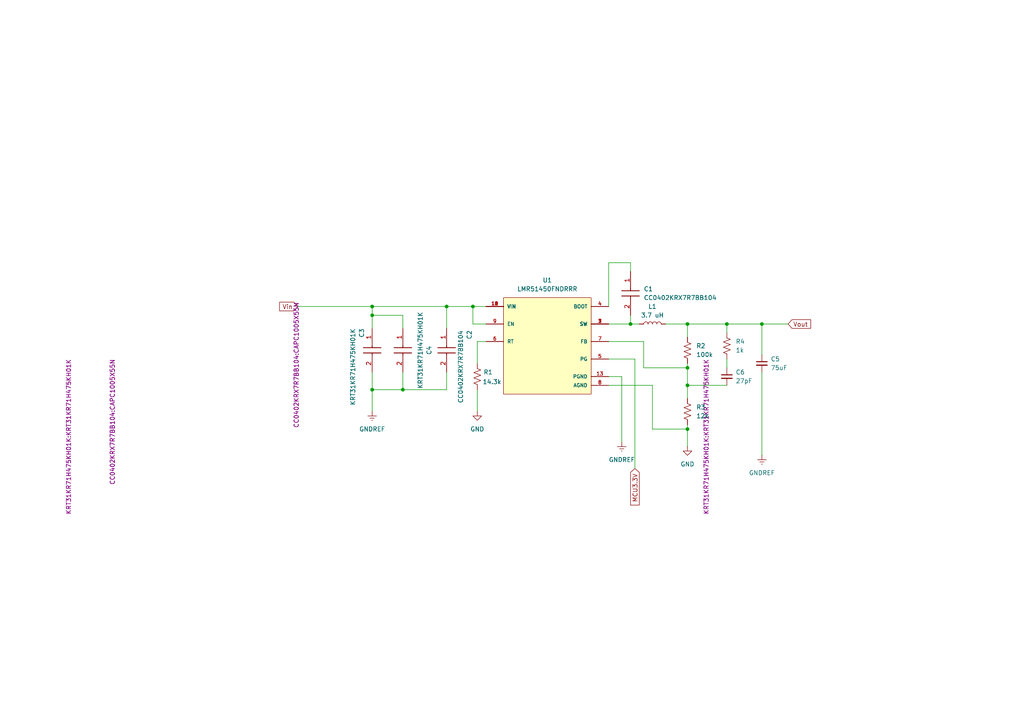
<source format=kicad_sch>
(kicad_sch
	(version 20250114)
	(generator "eeschema")
	(generator_version "9.0")
	(uuid "11b98af9-3707-40af-b092-077c442c7627")
	(paper "A4")
	(lib_symbols
		(symbol "Device:C_Small"
			(pin_numbers
				(hide yes)
			)
			(pin_names
				(offset 0.254)
				(hide yes)
			)
			(exclude_from_sim no)
			(in_bom yes)
			(on_board yes)
			(property "Reference" "C"
				(at 0.254 1.778 0)
				(effects
					(font
						(size 1.27 1.27)
					)
					(justify left)
				)
			)
			(property "Value" "C_Small"
				(at 0.254 -2.032 0)
				(effects
					(font
						(size 1.27 1.27)
					)
					(justify left)
				)
			)
			(property "Footprint" ""
				(at 0 0 0)
				(effects
					(font
						(size 1.27 1.27)
					)
					(hide yes)
				)
			)
			(property "Datasheet" "~"
				(at 0 0 0)
				(effects
					(font
						(size 1.27 1.27)
					)
					(hide yes)
				)
			)
			(property "Description" "Unpolarized capacitor, small symbol"
				(at 0 0 0)
				(effects
					(font
						(size 1.27 1.27)
					)
					(hide yes)
				)
			)
			(property "ki_keywords" "capacitor cap"
				(at 0 0 0)
				(effects
					(font
						(size 1.27 1.27)
					)
					(hide yes)
				)
			)
			(property "ki_fp_filters" "C_*"
				(at 0 0 0)
				(effects
					(font
						(size 1.27 1.27)
					)
					(hide yes)
				)
			)
			(symbol "C_Small_0_1"
				(polyline
					(pts
						(xy -1.524 0.508) (xy 1.524 0.508)
					)
					(stroke
						(width 0.3048)
						(type default)
					)
					(fill
						(type none)
					)
				)
				(polyline
					(pts
						(xy -1.524 -0.508) (xy 1.524 -0.508)
					)
					(stroke
						(width 0.3302)
						(type default)
					)
					(fill
						(type none)
					)
				)
			)
			(symbol "C_Small_1_1"
				(pin passive line
					(at 0 2.54 270)
					(length 2.032)
					(name "~"
						(effects
							(font
								(size 1.27 1.27)
							)
						)
					)
					(number "1"
						(effects
							(font
								(size 1.27 1.27)
							)
						)
					)
				)
				(pin passive line
					(at 0 -2.54 90)
					(length 2.032)
					(name "~"
						(effects
							(font
								(size 1.27 1.27)
							)
						)
					)
					(number "2"
						(effects
							(font
								(size 1.27 1.27)
							)
						)
					)
				)
			)
			(embedded_fonts no)
		)
		(symbol "Device:L"
			(pin_numbers
				(hide yes)
			)
			(pin_names
				(offset 1.016)
				(hide yes)
			)
			(exclude_from_sim no)
			(in_bom yes)
			(on_board yes)
			(property "Reference" "L"
				(at -1.27 0 90)
				(effects
					(font
						(size 1.27 1.27)
					)
				)
			)
			(property "Value" "L"
				(at 1.905 0 90)
				(effects
					(font
						(size 1.27 1.27)
					)
				)
			)
			(property "Footprint" ""
				(at 0 0 0)
				(effects
					(font
						(size 1.27 1.27)
					)
					(hide yes)
				)
			)
			(property "Datasheet" "~"
				(at 0 0 0)
				(effects
					(font
						(size 1.27 1.27)
					)
					(hide yes)
				)
			)
			(property "Description" "Inductor"
				(at 0 0 0)
				(effects
					(font
						(size 1.27 1.27)
					)
					(hide yes)
				)
			)
			(property "ki_keywords" "inductor choke coil reactor magnetic"
				(at 0 0 0)
				(effects
					(font
						(size 1.27 1.27)
					)
					(hide yes)
				)
			)
			(property "ki_fp_filters" "Choke_* *Coil* Inductor_* L_*"
				(at 0 0 0)
				(effects
					(font
						(size 1.27 1.27)
					)
					(hide yes)
				)
			)
			(symbol "L_0_1"
				(arc
					(start 0 2.54)
					(mid 0.6323 1.905)
					(end 0 1.27)
					(stroke
						(width 0)
						(type default)
					)
					(fill
						(type none)
					)
				)
				(arc
					(start 0 1.27)
					(mid 0.6323 0.635)
					(end 0 0)
					(stroke
						(width 0)
						(type default)
					)
					(fill
						(type none)
					)
				)
				(arc
					(start 0 0)
					(mid 0.6323 -0.635)
					(end 0 -1.27)
					(stroke
						(width 0)
						(type default)
					)
					(fill
						(type none)
					)
				)
				(arc
					(start 0 -1.27)
					(mid 0.6323 -1.905)
					(end 0 -2.54)
					(stroke
						(width 0)
						(type default)
					)
					(fill
						(type none)
					)
				)
			)
			(symbol "L_1_1"
				(pin passive line
					(at 0 3.81 270)
					(length 1.27)
					(name "1"
						(effects
							(font
								(size 1.27 1.27)
							)
						)
					)
					(number "1"
						(effects
							(font
								(size 1.27 1.27)
							)
						)
					)
				)
				(pin passive line
					(at 0 -3.81 90)
					(length 1.27)
					(name "2"
						(effects
							(font
								(size 1.27 1.27)
							)
						)
					)
					(number "2"
						(effects
							(font
								(size 1.27 1.27)
							)
						)
					)
				)
			)
			(embedded_fonts no)
		)
		(symbol "Device:R_US"
			(pin_numbers
				(hide yes)
			)
			(pin_names
				(offset 0)
			)
			(exclude_from_sim no)
			(in_bom yes)
			(on_board yes)
			(property "Reference" "R"
				(at 2.54 0 90)
				(effects
					(font
						(size 1.27 1.27)
					)
				)
			)
			(property "Value" "R_US"
				(at -2.54 0 90)
				(effects
					(font
						(size 1.27 1.27)
					)
				)
			)
			(property "Footprint" ""
				(at 1.016 -0.254 90)
				(effects
					(font
						(size 1.27 1.27)
					)
					(hide yes)
				)
			)
			(property "Datasheet" "~"
				(at 0 0 0)
				(effects
					(font
						(size 1.27 1.27)
					)
					(hide yes)
				)
			)
			(property "Description" "Resistor, US symbol"
				(at 0 0 0)
				(effects
					(font
						(size 1.27 1.27)
					)
					(hide yes)
				)
			)
			(property "ki_keywords" "R res resistor"
				(at 0 0 0)
				(effects
					(font
						(size 1.27 1.27)
					)
					(hide yes)
				)
			)
			(property "ki_fp_filters" "R_*"
				(at 0 0 0)
				(effects
					(font
						(size 1.27 1.27)
					)
					(hide yes)
				)
			)
			(symbol "R_US_0_1"
				(polyline
					(pts
						(xy 0 2.286) (xy 0 2.54)
					)
					(stroke
						(width 0)
						(type default)
					)
					(fill
						(type none)
					)
				)
				(polyline
					(pts
						(xy 0 2.286) (xy 1.016 1.905) (xy 0 1.524) (xy -1.016 1.143) (xy 0 0.762)
					)
					(stroke
						(width 0)
						(type default)
					)
					(fill
						(type none)
					)
				)
				(polyline
					(pts
						(xy 0 0.762) (xy 1.016 0.381) (xy 0 0) (xy -1.016 -0.381) (xy 0 -0.762)
					)
					(stroke
						(width 0)
						(type default)
					)
					(fill
						(type none)
					)
				)
				(polyline
					(pts
						(xy 0 -0.762) (xy 1.016 -1.143) (xy 0 -1.524) (xy -1.016 -1.905) (xy 0 -2.286)
					)
					(stroke
						(width 0)
						(type default)
					)
					(fill
						(type none)
					)
				)
				(polyline
					(pts
						(xy 0 -2.286) (xy 0 -2.54)
					)
					(stroke
						(width 0)
						(type default)
					)
					(fill
						(type none)
					)
				)
			)
			(symbol "R_US_1_1"
				(pin passive line
					(at 0 3.81 270)
					(length 1.27)
					(name "~"
						(effects
							(font
								(size 1.27 1.27)
							)
						)
					)
					(number "1"
						(effects
							(font
								(size 1.27 1.27)
							)
						)
					)
				)
				(pin passive line
					(at 0 -3.81 90)
					(length 1.27)
					(name "~"
						(effects
							(font
								(size 1.27 1.27)
							)
						)
					)
					(number "2"
						(effects
							(font
								(size 1.27 1.27)
							)
						)
					)
				)
			)
			(embedded_fonts no)
		)
		(symbol "LMR51450FNDRRR:LMR51450FNDRRR"
			(pin_names
				(offset 1.016)
			)
			(exclude_from_sim no)
			(in_bom yes)
			(on_board yes)
			(property "Reference" "U"
				(at -12.7 13.335 0)
				(effects
					(font
						(size 1.27 1.27)
					)
					(justify left bottom)
				)
			)
			(property "Value" "LMR51450FNDRRR"
				(at -12.7 -17.78 0)
				(effects
					(font
						(size 1.27 1.27)
					)
					(justify left bottom)
				)
			)
			(property "Footprint" "LMR51450FNDRRR:CONV_LMR51450FNDRRR"
				(at 0 0 0)
				(effects
					(font
						(size 1.27 1.27)
					)
					(justify bottom)
					(hide yes)
				)
			)
			(property "Datasheet" ""
				(at 0 0 0)
				(effects
					(font
						(size 1.27 1.27)
					)
					(hide yes)
				)
			)
			(property "Description" ""
				(at 0 0 0)
				(effects
					(font
						(size 1.27 1.27)
					)
					(hide yes)
				)
			)
			(property "MF" "Texas Instruments"
				(at 0 0 0)
				(effects
					(font
						(size 1.27 1.27)
					)
					(justify bottom)
					(hide yes)
				)
			)
			(property "MAXIMUM_PACKAGE_HEIGHT" "0.80 mm"
				(at 0 0 0)
				(effects
					(font
						(size 1.27 1.27)
					)
					(justify bottom)
					(hide yes)
				)
			)
			(property "Package" "WSON-12 Texas Instruments"
				(at 0 0 0)
				(effects
					(font
						(size 1.27 1.27)
					)
					(justify bottom)
					(hide yes)
				)
			)
			(property "Price" "None"
				(at 0 0 0)
				(effects
					(font
						(size 1.27 1.27)
					)
					(justify bottom)
					(hide yes)
				)
			)
			(property "Check_prices" "https://www.snapeda.com/parts/LMR51450FNDRRR/Texas+Instruments/view-part/?ref=eda"
				(at 0 0 0)
				(effects
					(font
						(size 1.27 1.27)
					)
					(justify bottom)
					(hide yes)
				)
			)
			(property "STANDARD" "Manufacturer Recommendations"
				(at 0 0 0)
				(effects
					(font
						(size 1.27 1.27)
					)
					(justify bottom)
					(hide yes)
				)
			)
			(property "PARTREV" "December 2022"
				(at 0 0 0)
				(effects
					(font
						(size 1.27 1.27)
					)
					(justify bottom)
					(hide yes)
				)
			)
			(property "SnapEDA_Link" "https://www.snapeda.com/parts/LMR51450FNDRRR/Texas+Instruments/view-part/?ref=snap"
				(at 0 0 0)
				(effects
					(font
						(size 1.27 1.27)
					)
					(justify bottom)
					(hide yes)
				)
			)
			(property "MP" "LMR51450FNDRRR"
				(at 0 0 0)
				(effects
					(font
						(size 1.27 1.27)
					)
					(justify bottom)
					(hide yes)
				)
			)
			(property "Description_1" "36-V, 5-A synchronous buck converter"
				(at 0 0 0)
				(effects
					(font
						(size 1.27 1.27)
					)
					(justify bottom)
					(hide yes)
				)
			)
			(property "Availability" "In Stock"
				(at 0 0 0)
				(effects
					(font
						(size 1.27 1.27)
					)
					(justify bottom)
					(hide yes)
				)
			)
			(property "MANUFACTURER" "Texas Instruments"
				(at 0 0 0)
				(effects
					(font
						(size 1.27 1.27)
					)
					(justify bottom)
					(hide yes)
				)
			)
			(symbol "LMR51450FNDRRR_0_0"
				(rectangle
					(start -12.7 -15.24)
					(end 12.7 12.7)
					(stroke
						(width 0.1524)
						(type default)
					)
					(fill
						(type background)
					)
				)
				(pin input line
					(at -17.78 10.16 0)
					(length 5.08)
					(name "VIN"
						(effects
							(font
								(size 1.016 1.016)
							)
						)
					)
					(number "10"
						(effects
							(font
								(size 1.016 1.016)
							)
						)
					)
				)
				(pin input line
					(at -17.78 10.16 0)
					(length 5.08)
					(name "VIN"
						(effects
							(font
								(size 1.016 1.016)
							)
						)
					)
					(number "11"
						(effects
							(font
								(size 1.016 1.016)
							)
						)
					)
				)
				(pin input line
					(at -17.78 10.16 0)
					(length 5.08)
					(name "VIN"
						(effects
							(font
								(size 1.016 1.016)
							)
						)
					)
					(number "12"
						(effects
							(font
								(size 1.016 1.016)
							)
						)
					)
				)
				(pin input line
					(at -17.78 5.08 0)
					(length 5.08)
					(name "EN"
						(effects
							(font
								(size 1.016 1.016)
							)
						)
					)
					(number "9"
						(effects
							(font
								(size 1.016 1.016)
							)
						)
					)
				)
				(pin input line
					(at -17.78 0 0)
					(length 5.08)
					(name "RT"
						(effects
							(font
								(size 1.016 1.016)
							)
						)
					)
					(number "6"
						(effects
							(font
								(size 1.016 1.016)
							)
						)
					)
				)
				(pin passive line
					(at 17.78 10.16 180)
					(length 5.08)
					(name "BOOT"
						(effects
							(font
								(size 1.016 1.016)
							)
						)
					)
					(number "4"
						(effects
							(font
								(size 1.016 1.016)
							)
						)
					)
				)
				(pin output line
					(at 17.78 5.08 180)
					(length 5.08)
					(name "SW"
						(effects
							(font
								(size 1.016 1.016)
							)
						)
					)
					(number "1"
						(effects
							(font
								(size 1.016 1.016)
							)
						)
					)
				)
				(pin output line
					(at 17.78 5.08 180)
					(length 5.08)
					(name "SW"
						(effects
							(font
								(size 1.016 1.016)
							)
						)
					)
					(number "2"
						(effects
							(font
								(size 1.016 1.016)
							)
						)
					)
				)
				(pin output line
					(at 17.78 5.08 180)
					(length 5.08)
					(name "SW"
						(effects
							(font
								(size 1.016 1.016)
							)
						)
					)
					(number "3"
						(effects
							(font
								(size 1.016 1.016)
							)
						)
					)
				)
				(pin input line
					(at 17.78 0 180)
					(length 5.08)
					(name "FB"
						(effects
							(font
								(size 1.016 1.016)
							)
						)
					)
					(number "7"
						(effects
							(font
								(size 1.016 1.016)
							)
						)
					)
				)
				(pin output line
					(at 17.78 -5.08 180)
					(length 5.08)
					(name "PG"
						(effects
							(font
								(size 1.016 1.016)
							)
						)
					)
					(number "5"
						(effects
							(font
								(size 1.016 1.016)
							)
						)
					)
				)
				(pin power_in line
					(at 17.78 -10.16 180)
					(length 5.08)
					(name "PGND"
						(effects
							(font
								(size 1.016 1.016)
							)
						)
					)
					(number "13"
						(effects
							(font
								(size 1.016 1.016)
							)
						)
					)
				)
				(pin power_in line
					(at 17.78 -12.7 180)
					(length 5.08)
					(name "AGND"
						(effects
							(font
								(size 1.016 1.016)
							)
						)
					)
					(number "8"
						(effects
							(font
								(size 1.016 1.016)
							)
						)
					)
				)
			)
			(embedded_fonts no)
		)
		(symbol "Microfarad 0.1:CC0402KRX7R7BB104"
			(pin_names
				(hide yes)
			)
			(exclude_from_sim no)
			(in_bom yes)
			(on_board yes)
			(property "Reference" "C"
				(at 8.89 6.35 0)
				(effects
					(font
						(size 1.27 1.27)
					)
					(justify left top)
				)
			)
			(property "Value" "CC0402KRX7R7BB104"
				(at 8.89 3.81 0)
				(effects
					(font
						(size 1.27 1.27)
					)
					(justify left top)
				)
			)
			(property "Footprint" "CAPC1005X55N"
				(at 8.89 -96.19 0)
				(effects
					(font
						(size 1.27 1.27)
					)
					(justify left top)
					(hide yes)
				)
			)
			(property "Datasheet" "https://www.yageo.com/en/Chart/Download/pdf/CC0402KRX7R7BB104"
				(at 8.89 -196.19 0)
				(effects
					(font
						(size 1.27 1.27)
					)
					(justify left top)
					(hide yes)
				)
			)
			(property "Description" "Multilayer Ceramic Capacitors MLCC - SMD/SMT 16 V 0.1uF X7R 0402 10%"
				(at 0 0 0)
				(effects
					(font
						(size 1.27 1.27)
					)
					(hide yes)
				)
			)
			(property "Height" "0.55"
				(at 8.89 -396.19 0)
				(effects
					(font
						(size 1.27 1.27)
					)
					(justify left top)
					(hide yes)
				)
			)
			(property "Mouser Part Number" "603-CC402KRX7R7BB104"
				(at 8.89 -496.19 0)
				(effects
					(font
						(size 1.27 1.27)
					)
					(justify left top)
					(hide yes)
				)
			)
			(property "Mouser Price/Stock" "https://www.mouser.co.uk/ProductDetail/YAGEO/CC0402KRX7R7BB104?qs=AgBp2OyFlx%252BSOyhfyS7hpw%3D%3D"
				(at 8.89 -596.19 0)
				(effects
					(font
						(size 1.27 1.27)
					)
					(justify left top)
					(hide yes)
				)
			)
			(property "Manufacturer_Name" "YAGEO"
				(at 8.89 -696.19 0)
				(effects
					(font
						(size 1.27 1.27)
					)
					(justify left top)
					(hide yes)
				)
			)
			(property "Manufacturer_Part_Number" "CC0402KRX7R7BB104"
				(at 8.89 -796.19 0)
				(effects
					(font
						(size 1.27 1.27)
					)
					(justify left top)
					(hide yes)
				)
			)
			(symbol "CC0402KRX7R7BB104_1_1"
				(polyline
					(pts
						(xy 5.08 0) (xy 5.588 0)
					)
					(stroke
						(width 0.254)
						(type default)
					)
					(fill
						(type none)
					)
				)
				(polyline
					(pts
						(xy 5.588 2.54) (xy 5.588 -2.54)
					)
					(stroke
						(width 0.254)
						(type default)
					)
					(fill
						(type none)
					)
				)
				(polyline
					(pts
						(xy 7.112 2.54) (xy 7.112 -2.54)
					)
					(stroke
						(width 0.254)
						(type default)
					)
					(fill
						(type none)
					)
				)
				(polyline
					(pts
						(xy 7.112 0) (xy 7.62 0)
					)
					(stroke
						(width 0.254)
						(type default)
					)
					(fill
						(type none)
					)
				)
				(pin passive line
					(at 0 0 0)
					(length 5.08)
					(name "1"
						(effects
							(font
								(size 1.27 1.27)
							)
						)
					)
					(number "1"
						(effects
							(font
								(size 1.27 1.27)
							)
						)
					)
				)
				(pin passive line
					(at 12.7 0 180)
					(length 5.08)
					(name "2"
						(effects
							(font
								(size 1.27 1.27)
							)
						)
					)
					(number "2"
						(effects
							(font
								(size 1.27 1.27)
							)
						)
					)
				)
			)
			(embedded_fonts no)
		)
		(symbol "Microfard_4.7:KRT31KR71H475KH01K"
			(pin_names
				(hide yes)
			)
			(exclude_from_sim no)
			(in_bom yes)
			(on_board yes)
			(property "Reference" "C"
				(at 8.89 6.35 0)
				(effects
					(font
						(size 1.27 1.27)
					)
					(justify left top)
				)
			)
			(property "Value" "KRT31KR71H475KH01K"
				(at 8.89 3.81 0)
				(effects
					(font
						(size 1.27 1.27)
					)
					(justify left top)
				)
			)
			(property "Footprint" "KRT31KR71H475KH01K"
				(at 8.89 -96.19 0)
				(effects
					(font
						(size 1.27 1.27)
					)
					(justify left top)
					(hide yes)
				)
			)
			(property "Datasheet" "https://search.murata.co.jp/Ceramy/image/img/A01X/G101/ENG/KRT31KR71H475KH01_E.pdf"
				(at 8.89 -196.19 0)
				(effects
					(font
						(size 1.27 1.27)
					)
					(justify left top)
					(hide yes)
				)
			)
			(property "Description" "Multilayer Ceramic Capacitors MLCC - SMD/SMT 1206 50VDC 4.7uF 10% X7R AEC-Q200 Single Stack"
				(at 0 0 0)
				(effects
					(font
						(size 1.27 1.27)
					)
					(hide yes)
				)
			)
			(property "Height" "2.9"
				(at 8.89 -396.19 0)
				(effects
					(font
						(size 1.27 1.27)
					)
					(justify left top)
					(hide yes)
				)
			)
			(property "Mouser Part Number" ""
				(at 8.89 -496.19 0)
				(effects
					(font
						(size 1.27 1.27)
					)
					(justify left top)
					(hide yes)
				)
			)
			(property "Mouser Price/Stock" ""
				(at 8.89 -596.19 0)
				(effects
					(font
						(size 1.27 1.27)
					)
					(justify left top)
					(hide yes)
				)
			)
			(property "Manufacturer_Name" "Murata Electronics"
				(at 8.89 -696.19 0)
				(effects
					(font
						(size 1.27 1.27)
					)
					(justify left top)
					(hide yes)
				)
			)
			(property "Manufacturer_Part_Number" "KRT31KR71H475KH01K"
				(at 8.89 -796.19 0)
				(effects
					(font
						(size 1.27 1.27)
					)
					(justify left top)
					(hide yes)
				)
			)
			(symbol "KRT31KR71H475KH01K_1_1"
				(polyline
					(pts
						(xy 5.08 0) (xy 5.588 0)
					)
					(stroke
						(width 0.254)
						(type default)
					)
					(fill
						(type none)
					)
				)
				(polyline
					(pts
						(xy 5.588 2.54) (xy 5.588 -2.54)
					)
					(stroke
						(width 0.254)
						(type default)
					)
					(fill
						(type none)
					)
				)
				(polyline
					(pts
						(xy 7.112 2.54) (xy 7.112 -2.54)
					)
					(stroke
						(width 0.254)
						(type default)
					)
					(fill
						(type none)
					)
				)
				(polyline
					(pts
						(xy 7.112 0) (xy 7.62 0)
					)
					(stroke
						(width 0.254)
						(type default)
					)
					(fill
						(type none)
					)
				)
				(pin passive line
					(at 0 0 0)
					(length 5.08)
					(name "1"
						(effects
							(font
								(size 1.27 1.27)
							)
						)
					)
					(number "1"
						(effects
							(font
								(size 1.27 1.27)
							)
						)
					)
				)
				(pin passive line
					(at 12.7 0 180)
					(length 5.08)
					(name "2"
						(effects
							(font
								(size 1.27 1.27)
							)
						)
					)
					(number "2"
						(effects
							(font
								(size 1.27 1.27)
							)
						)
					)
				)
			)
			(embedded_fonts no)
		)
		(symbol "power:GND"
			(power)
			(pin_numbers
				(hide yes)
			)
			(pin_names
				(offset 0)
				(hide yes)
			)
			(exclude_from_sim no)
			(in_bom yes)
			(on_board yes)
			(property "Reference" "#PWR"
				(at 0 -6.35 0)
				(effects
					(font
						(size 1.27 1.27)
					)
					(hide yes)
				)
			)
			(property "Value" "GND"
				(at 0 -3.81 0)
				(effects
					(font
						(size 1.27 1.27)
					)
				)
			)
			(property "Footprint" ""
				(at 0 0 0)
				(effects
					(font
						(size 1.27 1.27)
					)
					(hide yes)
				)
			)
			(property "Datasheet" ""
				(at 0 0 0)
				(effects
					(font
						(size 1.27 1.27)
					)
					(hide yes)
				)
			)
			(property "Description" "Power symbol creates a global label with name \"GND\" , ground"
				(at 0 0 0)
				(effects
					(font
						(size 1.27 1.27)
					)
					(hide yes)
				)
			)
			(property "ki_keywords" "global power"
				(at 0 0 0)
				(effects
					(font
						(size 1.27 1.27)
					)
					(hide yes)
				)
			)
			(symbol "GND_0_1"
				(polyline
					(pts
						(xy 0 0) (xy 0 -1.27) (xy 1.27 -1.27) (xy 0 -2.54) (xy -1.27 -1.27) (xy 0 -1.27)
					)
					(stroke
						(width 0)
						(type default)
					)
					(fill
						(type none)
					)
				)
			)
			(symbol "GND_1_1"
				(pin power_in line
					(at 0 0 270)
					(length 0)
					(name "~"
						(effects
							(font
								(size 1.27 1.27)
							)
						)
					)
					(number "1"
						(effects
							(font
								(size 1.27 1.27)
							)
						)
					)
				)
			)
			(embedded_fonts no)
		)
		(symbol "power:GNDREF"
			(power)
			(pin_numbers
				(hide yes)
			)
			(pin_names
				(offset 0)
				(hide yes)
			)
			(exclude_from_sim no)
			(in_bom yes)
			(on_board yes)
			(property "Reference" "#PWR"
				(at 0 -6.35 0)
				(effects
					(font
						(size 1.27 1.27)
					)
					(hide yes)
				)
			)
			(property "Value" "GNDREF"
				(at 0 -3.81 0)
				(effects
					(font
						(size 1.27 1.27)
					)
				)
			)
			(property "Footprint" ""
				(at 0 0 0)
				(effects
					(font
						(size 1.27 1.27)
					)
					(hide yes)
				)
			)
			(property "Datasheet" ""
				(at 0 0 0)
				(effects
					(font
						(size 1.27 1.27)
					)
					(hide yes)
				)
			)
			(property "Description" "Power symbol creates a global label with name \"GNDREF\" , reference supply ground"
				(at 0 0 0)
				(effects
					(font
						(size 1.27 1.27)
					)
					(hide yes)
				)
			)
			(property "ki_keywords" "global power"
				(at 0 0 0)
				(effects
					(font
						(size 1.27 1.27)
					)
					(hide yes)
				)
			)
			(symbol "GNDREF_0_1"
				(polyline
					(pts
						(xy -0.635 -1.905) (xy 0.635 -1.905)
					)
					(stroke
						(width 0)
						(type default)
					)
					(fill
						(type none)
					)
				)
				(polyline
					(pts
						(xy -0.127 -2.54) (xy 0.127 -2.54)
					)
					(stroke
						(width 0)
						(type default)
					)
					(fill
						(type none)
					)
				)
				(polyline
					(pts
						(xy 0 -1.27) (xy 0 0)
					)
					(stroke
						(width 0)
						(type default)
					)
					(fill
						(type none)
					)
				)
				(polyline
					(pts
						(xy 1.27 -1.27) (xy -1.27 -1.27)
					)
					(stroke
						(width 0)
						(type default)
					)
					(fill
						(type none)
					)
				)
			)
			(symbol "GNDREF_1_1"
				(pin power_in line
					(at 0 0 270)
					(length 0)
					(name "~"
						(effects
							(font
								(size 1.27 1.27)
							)
						)
					)
					(number "1"
						(effects
							(font
								(size 1.27 1.27)
							)
						)
					)
				)
			)
			(embedded_fonts no)
		)
	)
	(junction
		(at 210.82 93.98)
		(diameter 0)
		(color 0 0 0 0)
		(uuid "0663f40b-7af0-4039-889f-50d3ffeee45f")
	)
	(junction
		(at 220.98 93.98)
		(diameter 0)
		(color 0 0 0 0)
		(uuid "1ba0501d-2d6d-4a37-8754-be5570a11635")
	)
	(junction
		(at 107.95 91.44)
		(diameter 0)
		(color 0 0 0 0)
		(uuid "321cd349-4d29-403a-b58b-44e604ef310e")
	)
	(junction
		(at 199.39 106.68)
		(diameter 0)
		(color 0 0 0 0)
		(uuid "38480cf2-a394-405b-a267-d07cc58786bb")
	)
	(junction
		(at 199.39 111.76)
		(diameter 0)
		(color 0 0 0 0)
		(uuid "3b839a1e-3df3-49dc-9a64-2baf95db0e35")
	)
	(junction
		(at 107.95 88.9)
		(diameter 0)
		(color 0 0 0 0)
		(uuid "3e376aef-333f-49e9-ad7b-bfa51f0547dd")
	)
	(junction
		(at 107.95 113.03)
		(diameter 0)
		(color 0 0 0 0)
		(uuid "504785bd-2fea-4d8b-99da-f7366f43f205")
	)
	(junction
		(at 199.39 93.98)
		(diameter 0)
		(color 0 0 0 0)
		(uuid "74cc52c1-0a50-425b-9684-eab0197d8138")
	)
	(junction
		(at 129.54 88.9)
		(diameter 0)
		(color 0 0 0 0)
		(uuid "cb5c3f5c-bc46-4a47-84cb-53aea48fb28d")
	)
	(junction
		(at 182.88 93.98)
		(diameter 0)
		(color 0 0 0 0)
		(uuid "d2f3a64c-fc96-4d75-81a9-48b49fc99039")
	)
	(junction
		(at 137.16 88.9)
		(diameter 0)
		(color 0 0 0 0)
		(uuid "ebed2315-6fc9-420d-96fa-0671cd6edde7")
	)
	(junction
		(at 116.84 113.03)
		(diameter 0)
		(color 0 0 0 0)
		(uuid "f564b949-e796-4747-8747-5bf5c11f5143")
	)
	(junction
		(at 199.39 124.46)
		(diameter 0)
		(color 0 0 0 0)
		(uuid "fcddc5b0-b44d-4166-83bc-d1eae7960273")
	)
	(wire
		(pts
			(xy 182.88 93.98) (xy 185.42 93.98)
		)
		(stroke
			(width 0)
			(type default)
		)
		(uuid "0acfa8f4-9993-41ac-b4f8-762bf600dba2")
	)
	(wire
		(pts
			(xy 107.95 113.03) (xy 116.84 113.03)
		)
		(stroke
			(width 0)
			(type default)
		)
		(uuid "0d7267ef-c9c6-410a-9aa5-575c887a8c28")
	)
	(wire
		(pts
			(xy 210.82 93.98) (xy 210.82 96.52)
		)
		(stroke
			(width 0)
			(type default)
		)
		(uuid "1008d940-768c-41ba-a61a-448ec9b78683")
	)
	(wire
		(pts
			(xy 107.95 88.9) (xy 129.54 88.9)
		)
		(stroke
			(width 0)
			(type default)
		)
		(uuid "19310929-843a-48df-bb81-e194a02c5e96")
	)
	(wire
		(pts
			(xy 186.69 99.06) (xy 186.69 106.68)
		)
		(stroke
			(width 0)
			(type default)
		)
		(uuid "1cbb1352-7d26-49ba-9d9b-5f3c7508fc2c")
	)
	(wire
		(pts
			(xy 199.39 93.98) (xy 199.39 97.79)
		)
		(stroke
			(width 0)
			(type default)
		)
		(uuid "1faa5d9b-8cdd-426e-b8e3-8178bce3f00d")
	)
	(wire
		(pts
			(xy 137.16 88.9) (xy 140.97 88.9)
		)
		(stroke
			(width 0)
			(type default)
		)
		(uuid "204754f4-7d9e-4d36-ad3b-282b9f962c3a")
	)
	(wire
		(pts
			(xy 116.84 91.44) (xy 107.95 91.44)
		)
		(stroke
			(width 0)
			(type default)
		)
		(uuid "21954ab3-3ae0-456b-8819-47b9fa9c433b")
	)
	(wire
		(pts
			(xy 86.36 88.9) (xy 107.95 88.9)
		)
		(stroke
			(width 0)
			(type default)
		)
		(uuid "36c52ab4-0510-4a5d-87e4-c8e30f24783c")
	)
	(wire
		(pts
			(xy 199.39 123.19) (xy 199.39 124.46)
		)
		(stroke
			(width 0)
			(type default)
		)
		(uuid "3cba121d-8ae7-497a-b9fc-cc90b3110083")
	)
	(wire
		(pts
			(xy 193.04 93.98) (xy 199.39 93.98)
		)
		(stroke
			(width 0)
			(type default)
		)
		(uuid "3d5bfb93-2252-4cff-9e8b-3c698fe74f74")
	)
	(wire
		(pts
			(xy 129.54 88.9) (xy 129.54 95.25)
		)
		(stroke
			(width 0)
			(type default)
		)
		(uuid "4027f937-67c6-486b-9797-33ec78278d01")
	)
	(wire
		(pts
			(xy 210.82 93.98) (xy 220.98 93.98)
		)
		(stroke
			(width 0)
			(type default)
		)
		(uuid "40da5cd5-c122-4751-ab8e-58af19e5e9a3")
	)
	(wire
		(pts
			(xy 182.88 91.44) (xy 182.88 93.98)
		)
		(stroke
			(width 0)
			(type default)
		)
		(uuid "4819de1b-3b7c-4045-9d37-72960c11cfca")
	)
	(wire
		(pts
			(xy 140.97 93.98) (xy 137.16 93.98)
		)
		(stroke
			(width 0)
			(type default)
		)
		(uuid "49dba6a6-eb29-4207-ab17-41edee49992d")
	)
	(wire
		(pts
			(xy 199.39 105.41) (xy 199.39 106.68)
		)
		(stroke
			(width 0)
			(type default)
		)
		(uuid "4cc5e59e-45ea-4638-b0c3-4d294efc4dce")
	)
	(wire
		(pts
			(xy 107.95 88.9) (xy 107.95 91.44)
		)
		(stroke
			(width 0)
			(type default)
		)
		(uuid "5aa9f0ed-df74-483d-88b0-c5db53bdc08e")
	)
	(wire
		(pts
			(xy 199.39 106.68) (xy 199.39 111.76)
		)
		(stroke
			(width 0)
			(type default)
		)
		(uuid "5e8c5c6c-bf72-4936-83c4-768d70eab611")
	)
	(wire
		(pts
			(xy 220.98 107.95) (xy 220.98 132.08)
		)
		(stroke
			(width 0)
			(type default)
		)
		(uuid "643cec32-0073-4bbb-b444-54f194f07918")
	)
	(wire
		(pts
			(xy 176.53 99.06) (xy 186.69 99.06)
		)
		(stroke
			(width 0)
			(type default)
		)
		(uuid "689d68f4-2a7d-4cbc-adbf-800fb8c3ddc0")
	)
	(wire
		(pts
			(xy 186.69 106.68) (xy 199.39 106.68)
		)
		(stroke
			(width 0)
			(type default)
		)
		(uuid "72fd9f15-6e21-4a4c-b22a-0922a8a63391")
	)
	(wire
		(pts
			(xy 189.23 124.46) (xy 199.39 124.46)
		)
		(stroke
			(width 0)
			(type default)
		)
		(uuid "82f0b9d2-9b31-4239-80ff-e0333d0a2bc9")
	)
	(wire
		(pts
			(xy 137.16 93.98) (xy 137.16 88.9)
		)
		(stroke
			(width 0)
			(type default)
		)
		(uuid "8b74a854-b61d-4bb1-8c86-64cd48cefcbd")
	)
	(wire
		(pts
			(xy 182.88 76.2) (xy 182.88 78.74)
		)
		(stroke
			(width 0)
			(type default)
		)
		(uuid "8edfcc6a-4b24-4c2d-8257-df2d8973ff8c")
	)
	(wire
		(pts
			(xy 220.98 93.98) (xy 228.6 93.98)
		)
		(stroke
			(width 0)
			(type default)
		)
		(uuid "908d6ff4-d7f3-45f3-9643-6474461c5d12")
	)
	(wire
		(pts
			(xy 116.84 95.25) (xy 116.84 91.44)
		)
		(stroke
			(width 0)
			(type default)
		)
		(uuid "a646a571-5055-4c46-ae4f-e4b3594f010c")
	)
	(wire
		(pts
			(xy 184.15 104.14) (xy 176.53 104.14)
		)
		(stroke
			(width 0)
			(type default)
		)
		(uuid "aad44e0d-18bd-4c42-aeb8-5bb8c79f2719")
	)
	(wire
		(pts
			(xy 199.39 111.76) (xy 210.82 111.76)
		)
		(stroke
			(width 0)
			(type default)
		)
		(uuid "abd7f8b7-b9fc-4626-a610-6498cff2e52c")
	)
	(wire
		(pts
			(xy 180.34 128.27) (xy 180.34 109.22)
		)
		(stroke
			(width 0)
			(type default)
		)
		(uuid "afcd11d5-4c78-434a-9633-ae3b153a03e3")
	)
	(wire
		(pts
			(xy 116.84 113.03) (xy 116.84 107.95)
		)
		(stroke
			(width 0)
			(type default)
		)
		(uuid "b0320e73-2a92-4a88-92bd-d93db95287e0")
	)
	(wire
		(pts
			(xy 176.53 88.9) (xy 176.53 76.2)
		)
		(stroke
			(width 0)
			(type default)
		)
		(uuid "b071d414-d03a-40fd-9697-3aee42c4db7b")
	)
	(wire
		(pts
			(xy 107.95 91.44) (xy 107.95 95.25)
		)
		(stroke
			(width 0)
			(type default)
		)
		(uuid "b24aa902-7f3c-4129-9b94-a1130c1dcff6")
	)
	(wire
		(pts
			(xy 107.95 107.95) (xy 107.95 113.03)
		)
		(stroke
			(width 0)
			(type default)
		)
		(uuid "b75ced06-c7b2-429d-8074-1d38337b8274")
	)
	(wire
		(pts
			(xy 129.54 107.95) (xy 129.54 113.03)
		)
		(stroke
			(width 0)
			(type default)
		)
		(uuid "c09c2b00-e716-4b13-98e9-a4ff878c66f9")
	)
	(wire
		(pts
			(xy 184.15 135.89) (xy 184.15 104.14)
		)
		(stroke
			(width 0)
			(type default)
		)
		(uuid "c239dd2d-1ab0-4801-92ce-ecf02c445183")
	)
	(wire
		(pts
			(xy 138.43 113.03) (xy 138.43 119.38)
		)
		(stroke
			(width 0)
			(type default)
		)
		(uuid "c5c6c2d0-5f28-4f2c-b038-dbc0b3370c07")
	)
	(wire
		(pts
			(xy 199.39 124.46) (xy 199.39 129.54)
		)
		(stroke
			(width 0)
			(type default)
		)
		(uuid "cadffe42-38b0-4a0a-b4ec-2baa6283485e")
	)
	(wire
		(pts
			(xy 107.95 119.38) (xy 107.95 113.03)
		)
		(stroke
			(width 0)
			(type default)
		)
		(uuid "cb0201f9-2482-4dc8-b0f2-fd3a76758a41")
	)
	(wire
		(pts
			(xy 176.53 111.76) (xy 189.23 111.76)
		)
		(stroke
			(width 0)
			(type default)
		)
		(uuid "ccb040e4-31ad-466f-9ac7-488723b9e938")
	)
	(wire
		(pts
			(xy 129.54 113.03) (xy 116.84 113.03)
		)
		(stroke
			(width 0)
			(type default)
		)
		(uuid "cf3a8055-8b96-4e4a-922a-6f75e052e340")
	)
	(wire
		(pts
			(xy 199.39 93.98) (xy 210.82 93.98)
		)
		(stroke
			(width 0)
			(type default)
		)
		(uuid "d9ae80cb-74c9-4bc6-8ccb-1af039f6713f")
	)
	(wire
		(pts
			(xy 210.82 104.14) (xy 210.82 106.68)
		)
		(stroke
			(width 0)
			(type default)
		)
		(uuid "d9e1fbef-5775-440c-9006-9ad5b679c1c6")
	)
	(wire
		(pts
			(xy 138.43 99.06) (xy 140.97 99.06)
		)
		(stroke
			(width 0)
			(type default)
		)
		(uuid "e055824d-173c-4561-b291-9a064d5e58e8")
	)
	(wire
		(pts
			(xy 129.54 88.9) (xy 137.16 88.9)
		)
		(stroke
			(width 0)
			(type default)
		)
		(uuid "e0a935db-4667-4a67-9dd3-e829a2cd726a")
	)
	(wire
		(pts
			(xy 180.34 109.22) (xy 176.53 109.22)
		)
		(stroke
			(width 0)
			(type default)
		)
		(uuid "e39199a4-1af7-4fcb-828a-f2bf92fdffc6")
	)
	(wire
		(pts
			(xy 220.98 93.98) (xy 220.98 102.87)
		)
		(stroke
			(width 0)
			(type default)
		)
		(uuid "e5ad6e75-5129-4c9a-af33-a2e7697f0745")
	)
	(wire
		(pts
			(xy 138.43 105.41) (xy 138.43 99.06)
		)
		(stroke
			(width 0)
			(type default)
		)
		(uuid "e9c80f32-f096-40f1-aecf-ea2074089ced")
	)
	(wire
		(pts
			(xy 176.53 76.2) (xy 182.88 76.2)
		)
		(stroke
			(width 0)
			(type default)
		)
		(uuid "f6c079eb-efa1-41af-9fbf-97087188a92e")
	)
	(wire
		(pts
			(xy 189.23 111.76) (xy 189.23 124.46)
		)
		(stroke
			(width 0)
			(type default)
		)
		(uuid "f950c2b0-8d0f-496e-9aac-6d5705657b3e")
	)
	(wire
		(pts
			(xy 176.53 93.98) (xy 182.88 93.98)
		)
		(stroke
			(width 0)
			(type default)
		)
		(uuid "fad2db58-61a3-4c28-8e28-13d1026314f0")
	)
	(wire
		(pts
			(xy 199.39 111.76) (xy 199.39 115.57)
		)
		(stroke
			(width 0)
			(type default)
		)
		(uuid "fae25d6e-04f0-4ce5-8a53-4ffcb7284cab")
	)
	(global_label "MCU3.3V"
		(shape input)
		(at 184.15 135.89 270)
		(fields_autoplaced yes)
		(effects
			(font
				(size 1.27 1.27)
			)
			(justify right)
		)
		(uuid "26b27bf8-0965-40f2-aac5-88e19e17edf1")
		(property "Intersheetrefs" "${INTERSHEET_REFS}"
			(at 184.15 147.0395 90)
			(effects
				(font
					(size 1.27 1.27)
				)
				(justify right)
				(hide yes)
			)
		)
	)
	(global_label "Vout"
		(shape input)
		(at 228.6 93.98 0)
		(fields_autoplaced yes)
		(effects
			(font
				(size 1.27 1.27)
			)
			(justify left)
		)
		(uuid "c3e93af6-d735-485e-aea0-01f62866ba98")
		(property "Intersheetrefs" "${INTERSHEET_REFS}"
			(at 235.6975 93.98 0)
			(effects
				(font
					(size 1.27 1.27)
				)
				(justify left)
				(hide yes)
			)
		)
	)
	(global_label "Vin"
		(shape input)
		(at 86.36 88.9 180)
		(fields_autoplaced yes)
		(effects
			(font
				(size 1.27 1.27)
			)
			(justify right)
		)
		(uuid "d9b8a312-3d49-49d2-b45d-91fa88826fc6")
		(property "Intersheetrefs" "${INTERSHEET_REFS}"
			(at 80.5324 88.9 0)
			(effects
				(font
					(size 1.27 1.27)
				)
				(justify right)
				(hide yes)
			)
		)
	)
	(symbol
		(lib_id "Microfarad 0.1:CC0402KRX7R7BB104")
		(at 182.88 78.74 270)
		(unit 1)
		(exclude_from_sim no)
		(in_bom yes)
		(on_board yes)
		(dnp no)
		(fields_autoplaced yes)
		(uuid "080c029b-8f42-45f0-bcf7-b9ff1cf39420")
		(property "Reference" "C1"
			(at 186.69 83.8199 90)
			(effects
				(font
					(size 1.27 1.27)
				)
				(justify left)
			)
		)
		(property "Value" "CC0402KRX7R7BB104"
			(at 186.69 86.3599 90)
			(effects
				(font
					(size 1.27 1.27)
				)
				(justify left)
			)
		)
		(property "Footprint" "CC0402KRX7R7BB104:CAPC1005X55N"
			(at 86.69 87.63 0)
			(effects
				(font
					(size 1.27 1.27)
				)
				(justify left top)
			)
		)
		(property "Datasheet" "https://www.yageo.com/en/Chart/Download/pdf/CC0402KRX7R7BB104"
			(at -13.31 87.63 0)
			(effects
				(font
					(size 1.27 1.27)
				)
				(justify left top)
				(hide yes)
			)
		)
		(property "Description" "Multilayer Ceramic Capacitors MLCC - SMD/SMT 16 V 0.1uF X7R 0402 10%"
			(at 182.88 78.74 0)
			(effects
				(font
					(size 1.27 1.27)
				)
				(hide yes)
			)
		)
		(property "Height" "0.55"
			(at -213.31 87.63 0)
			(effects
				(font
					(size 1.27 1.27)
				)
				(justify left top)
				(hide yes)
			)
		)
		(property "Mouser Part Number" "603-CC402KRX7R7BB104"
			(at -313.31 87.63 0)
			(effects
				(font
					(size 1.27 1.27)
				)
				(justify left top)
				(hide yes)
			)
		)
		(property "Mouser Price/Stock" "https://www.mouser.co.uk/ProductDetail/YAGEO/CC0402KRX7R7BB104?qs=AgBp2OyFlx%252BSOyhfyS7hpw%3D%3D"
			(at -413.31 87.63 0)
			(effects
				(font
					(size 1.27 1.27)
				)
				(justify left top)
				(hide yes)
			)
		)
		(property "Manufacturer_Name" "YAGEO"
			(at -513.31 87.63 0)
			(effects
				(font
					(size 1.27 1.27)
				)
				(justify left top)
				(hide yes)
			)
		)
		(property "Manufacturer_Part_Number" "CC0402KRX7R7BB104"
			(at -613.31 87.63 0)
			(effects
				(font
					(size 1.27 1.27)
				)
				(justify left top)
				(hide yes)
			)
		)
		(pin "1"
			(uuid "525216d1-1ac1-4e32-8de8-b8daee3055bd")
		)
		(pin "2"
			(uuid "ebb1046b-b089-4467-8446-5cf4e093947c")
		)
		(instances
			(project ""
				(path "/11b98af9-3707-40af-b092-077c442c7627"
					(reference "C1")
					(unit 1)
				)
			)
		)
	)
	(symbol
		(lib_id "Device:L")
		(at 189.23 93.98 90)
		(unit 1)
		(exclude_from_sim no)
		(in_bom yes)
		(on_board yes)
		(dnp no)
		(fields_autoplaced yes)
		(uuid "2e455d5c-febf-476b-9c3c-3a1ab5410dde")
		(property "Reference" "L1"
			(at 189.23 88.9 90)
			(effects
				(font
					(size 1.27 1.27)
				)
			)
		)
		(property "Value" "3.7 uH"
			(at 189.23 91.44 90)
			(effects
				(font
					(size 1.27 1.27)
				)
			)
		)
		(property "Footprint" "Inductor_SMD:L_Bourns-SRN8040_8x8.15mm"
			(at 189.23 93.98 0)
			(effects
				(font
					(size 1.27 1.27)
				)
				(hide yes)
			)
		)
		(property "Datasheet" "~"
			(at 189.23 93.98 0)
			(effects
				(font
					(size 1.27 1.27)
				)
				(hide yes)
			)
		)
		(property "Description" "Inductor"
			(at 189.23 93.98 0)
			(effects
				(font
					(size 1.27 1.27)
				)
				(hide yes)
			)
		)
		(pin "1"
			(uuid "fb3e3c7e-7642-40ad-985b-f0784bb9e757")
		)
		(pin "2"
			(uuid "3c4721a0-62f6-4a30-a051-aa12ab3e06e1")
		)
		(instances
			(project ""
				(path "/11b98af9-3707-40af-b092-077c442c7627"
					(reference "L1")
					(unit 1)
				)
			)
		)
	)
	(symbol
		(lib_id "Device:C_Small")
		(at 210.82 109.22 0)
		(unit 1)
		(exclude_from_sim no)
		(in_bom yes)
		(on_board yes)
		(dnp no)
		(fields_autoplaced yes)
		(uuid "34d2ca74-5c58-418e-a674-5b8803110658")
		(property "Reference" "C6"
			(at 213.36 107.9562 0)
			(effects
				(font
					(size 1.27 1.27)
				)
				(justify left)
			)
		)
		(property "Value" "27pF"
			(at 213.36 110.4962 0)
			(effects
				(font
					(size 1.27 1.27)
				)
				(justify left)
			)
		)
		(property "Footprint" "Capacitor_SMD:CP_Elec_5x5.4"
			(at 210.82 109.22 0)
			(effects
				(font
					(size 1.27 1.27)
				)
				(hide yes)
			)
		)
		(property "Datasheet" "~"
			(at 210.82 109.22 0)
			(effects
				(font
					(size 1.27 1.27)
				)
				(hide yes)
			)
		)
		(property "Description" "Unpolarized capacitor, small symbol"
			(at 210.82 109.22 0)
			(effects
				(font
					(size 1.27 1.27)
				)
				(hide yes)
			)
		)
		(pin "2"
			(uuid "2c23d15e-0411-402b-8686-d8eaedc89762")
		)
		(pin "1"
			(uuid "0b84c139-e8e4-4cb0-b57b-2d164f0e6053")
		)
		(instances
			(project ""
				(path "/11b98af9-3707-40af-b092-077c442c7627"
					(reference "C6")
					(unit 1)
				)
			)
		)
	)
	(symbol
		(lib_id "power:GND")
		(at 199.39 129.54 0)
		(unit 1)
		(exclude_from_sim no)
		(in_bom yes)
		(on_board yes)
		(dnp no)
		(fields_autoplaced yes)
		(uuid "392d064f-441f-41d3-b32d-78fe7020c312")
		(property "Reference" "#PWR04"
			(at 199.39 135.89 0)
			(effects
				(font
					(size 1.27 1.27)
				)
				(hide yes)
			)
		)
		(property "Value" "GND"
			(at 199.39 134.62 0)
			(effects
				(font
					(size 1.27 1.27)
				)
			)
		)
		(property "Footprint" ""
			(at 199.39 129.54 0)
			(effects
				(font
					(size 1.27 1.27)
				)
				(hide yes)
			)
		)
		(property "Datasheet" ""
			(at 199.39 129.54 0)
			(effects
				(font
					(size 1.27 1.27)
				)
				(hide yes)
			)
		)
		(property "Description" "Power symbol creates a global label with name \"GND\" , ground"
			(at 199.39 129.54 0)
			(effects
				(font
					(size 1.27 1.27)
				)
				(hide yes)
			)
		)
		(pin "1"
			(uuid "7a1b6188-8d2f-452c-bb95-a5a0ceadf1a0")
		)
		(instances
			(project "PCB designing"
				(path "/11b98af9-3707-40af-b092-077c442c7627"
					(reference "#PWR04")
					(unit 1)
				)
			)
		)
	)
	(symbol
		(lib_id "Device:R_US")
		(at 199.39 119.38 0)
		(unit 1)
		(exclude_from_sim no)
		(in_bom yes)
		(on_board yes)
		(dnp no)
		(fields_autoplaced yes)
		(uuid "419d1ac2-15a0-401d-b504-b74365b4f73b")
		(property "Reference" "R3"
			(at 201.93 118.1099 0)
			(effects
				(font
					(size 1.27 1.27)
				)
				(justify left)
			)
		)
		(property "Value" "12k"
			(at 201.93 120.6499 0)
			(effects
				(font
					(size 1.27 1.27)
				)
				(justify left)
			)
		)
		(property "Footprint" "Resistor_SMD:R_0612_1632Metric"
			(at 200.406 119.634 90)
			(effects
				(font
					(size 1.27 1.27)
				)
				(hide yes)
			)
		)
		(property "Datasheet" "~"
			(at 199.39 119.38 0)
			(effects
				(font
					(size 1.27 1.27)
				)
				(hide yes)
			)
		)
		(property "Description" "Resistor, US symbol"
			(at 199.39 119.38 0)
			(effects
				(font
					(size 1.27 1.27)
				)
				(hide yes)
			)
		)
		(pin "2"
			(uuid "ed0ee3e6-adbf-4b1d-86d1-2c63ad93ddcc")
		)
		(pin "1"
			(uuid "9566b33d-0d7e-4cc2-ac22-bed326e0708c")
		)
		(instances
			(project "PCB designing"
				(path "/11b98af9-3707-40af-b092-077c442c7627"
					(reference "R3")
					(unit 1)
				)
			)
		)
	)
	(symbol
		(lib_id "power:GNDREF")
		(at 220.98 132.08 0)
		(unit 1)
		(exclude_from_sim no)
		(in_bom yes)
		(on_board yes)
		(dnp no)
		(fields_autoplaced yes)
		(uuid "4deae561-5e22-469c-8163-f86a17ef8cfc")
		(property "Reference" "#PWR01"
			(at 220.98 138.43 0)
			(effects
				(font
					(size 1.27 1.27)
				)
				(hide yes)
			)
		)
		(property "Value" "GNDREF"
			(at 220.98 137.16 0)
			(effects
				(font
					(size 1.27 1.27)
				)
			)
		)
		(property "Footprint" ""
			(at 220.98 132.08 0)
			(effects
				(font
					(size 1.27 1.27)
				)
				(hide yes)
			)
		)
		(property "Datasheet" ""
			(at 220.98 132.08 0)
			(effects
				(font
					(size 1.27 1.27)
				)
				(hide yes)
			)
		)
		(property "Description" "Power symbol creates a global label with name \"GNDREF\" , reference supply ground"
			(at 220.98 132.08 0)
			(effects
				(font
					(size 1.27 1.27)
				)
				(hide yes)
			)
		)
		(pin "1"
			(uuid "30d6f656-32e5-480c-a7cb-7b21ca270f58")
		)
		(instances
			(project ""
				(path "/11b98af9-3707-40af-b092-077c442c7627"
					(reference "#PWR01")
					(unit 1)
				)
			)
		)
	)
	(symbol
		(lib_id "Microfarad 0.1:CC0402KRX7R7BB104")
		(at 129.54 95.25 270)
		(unit 1)
		(exclude_from_sim no)
		(in_bom yes)
		(on_board yes)
		(dnp no)
		(uuid "62b4c70f-21b4-4373-b7ef-6a42641143cd")
		(property "Reference" "C2"
			(at 136.144 95.758 0)
			(effects
				(font
					(size 1.27 1.27)
				)
				(justify left)
			)
		)
		(property "Value" "CC0402KRX7R7BB104"
			(at 133.604 95.758 0)
			(effects
				(font
					(size 1.27 1.27)
				)
				(justify left)
			)
		)
		(property "Footprint" "CC0402KRX7R7BB104:CAPC1005X55N"
			(at 33.35 104.14 0)
			(effects
				(font
					(size 1.27 1.27)
				)
				(justify left top)
			)
		)
		(property "Datasheet" "https://www.yageo.com/en/Chart/Download/pdf/CC0402KRX7R7BB104"
			(at -66.65 104.14 0)
			(effects
				(font
					(size 1.27 1.27)
				)
				(justify left top)
				(hide yes)
			)
		)
		(property "Description" "Multilayer Ceramic Capacitors MLCC - SMD/SMT 16 V 0.1uF X7R 0402 10%"
			(at 129.54 95.25 0)
			(effects
				(font
					(size 1.27 1.27)
				)
				(hide yes)
			)
		)
		(property "Height" "0.55"
			(at -266.65 104.14 0)
			(effects
				(font
					(size 1.27 1.27)
				)
				(justify left top)
				(hide yes)
			)
		)
		(property "Mouser Part Number" "603-CC402KRX7R7BB104"
			(at -366.65 104.14 0)
			(effects
				(font
					(size 1.27 1.27)
				)
				(justify left top)
				(hide yes)
			)
		)
		(property "Mouser Price/Stock" "https://www.mouser.co.uk/ProductDetail/YAGEO/CC0402KRX7R7BB104?qs=AgBp2OyFlx%252BSOyhfyS7hpw%3D%3D"
			(at -466.65 104.14 0)
			(effects
				(font
					(size 1.27 1.27)
				)
				(justify left top)
				(hide yes)
			)
		)
		(property "Manufacturer_Name" "YAGEO"
			(at -566.65 104.14 0)
			(effects
				(font
					(size 1.27 1.27)
				)
				(justify left top)
				(hide yes)
			)
		)
		(property "Manufacturer_Part_Number" "CC0402KRX7R7BB104"
			(at -666.65 104.14 0)
			(effects
				(font
					(size 1.27 1.27)
				)
				(justify left top)
				(hide yes)
			)
		)
		(pin "2"
			(uuid "cf3de2fe-055e-45f4-9f17-ab838600d216")
		)
		(pin "1"
			(uuid "771eb754-2558-4424-aee8-cece22f315af")
		)
		(instances
			(project ""
				(path "/11b98af9-3707-40af-b092-077c442c7627"
					(reference "C2")
					(unit 1)
				)
			)
		)
	)
	(symbol
		(lib_id "power:GND")
		(at 138.43 119.38 0)
		(unit 1)
		(exclude_from_sim no)
		(in_bom yes)
		(on_board yes)
		(dnp no)
		(fields_autoplaced yes)
		(uuid "6625f4a9-6523-49e7-9528-983e1716e3c0")
		(property "Reference" "#PWR02"
			(at 138.43 125.73 0)
			(effects
				(font
					(size 1.27 1.27)
				)
				(hide yes)
			)
		)
		(property "Value" "GND"
			(at 138.43 124.46 0)
			(effects
				(font
					(size 1.27 1.27)
				)
			)
		)
		(property "Footprint" ""
			(at 138.43 119.38 0)
			(effects
				(font
					(size 1.27 1.27)
				)
				(hide yes)
			)
		)
		(property "Datasheet" ""
			(at 138.43 119.38 0)
			(effects
				(font
					(size 1.27 1.27)
				)
				(hide yes)
			)
		)
		(property "Description" "Power symbol creates a global label with name \"GND\" , ground"
			(at 138.43 119.38 0)
			(effects
				(font
					(size 1.27 1.27)
				)
				(hide yes)
			)
		)
		(pin "1"
			(uuid "68d1dd3e-0b8b-4331-a6ca-4b5bd72777e1")
		)
		(instances
			(project ""
				(path "/11b98af9-3707-40af-b092-077c442c7627"
					(reference "#PWR02")
					(unit 1)
				)
			)
		)
	)
	(symbol
		(lib_id "Microfard_4.7:KRT31KR71H475KH01K")
		(at 107.95 95.25 90)
		(mirror x)
		(unit 1)
		(exclude_from_sim no)
		(in_bom yes)
		(on_board yes)
		(dnp no)
		(uuid "70066381-757b-4527-ad92-0d39a16627ed")
		(property "Reference" "C3"
			(at 104.902 95.25 0)
			(effects
				(font
					(size 1.27 1.27)
				)
				(justify left)
			)
		)
		(property "Value" "KRT31KR71H475KH01K"
			(at 102.362 95.25 0)
			(effects
				(font
					(size 1.27 1.27)
				)
				(justify left)
			)
		)
		(property "Footprint" "KRT31KR71H475KH01K:KRT31KR71H475KH01K"
			(at 204.14 104.14 0)
			(effects
				(font
					(size 1.27 1.27)
				)
				(justify left top)
			)
		)
		(property "Datasheet" "https://search.murata.co.jp/Ceramy/image/img/A01X/G101/ENG/KRT31KR71H475KH01_E.pdf"
			(at 304.14 104.14 0)
			(effects
				(font
					(size 1.27 1.27)
				)
				(justify left top)
				(hide yes)
			)
		)
		(property "Description" "Multilayer Ceramic Capacitors MLCC - SMD/SMT 1206 50VDC 4.7uF 10% X7R AEC-Q200 Single Stack"
			(at 107.95 95.25 0)
			(effects
				(font
					(size 1.27 1.27)
				)
				(hide yes)
			)
		)
		(property "Height" "2.9"
			(at 504.14 104.14 0)
			(effects
				(font
					(size 1.27 1.27)
				)
				(justify left top)
				(hide yes)
			)
		)
		(property "Mouser Part Number" ""
			(at 604.14 104.14 0)
			(effects
				(font
					(size 1.27 1.27)
				)
				(justify left top)
				(hide yes)
			)
		)
		(property "Mouser Price/Stock" ""
			(at 704.14 104.14 0)
			(effects
				(font
					(size 1.27 1.27)
				)
				(justify left top)
				(hide yes)
			)
		)
		(property "Manufacturer_Name" "Murata Electronics"
			(at 804.14 104.14 0)
			(effects
				(font
					(size 1.27 1.27)
				)
				(justify left top)
				(hide yes)
			)
		)
		(property "Manufacturer_Part_Number" "KRT31KR71H475KH01K"
			(at 904.14 104.14 0)
			(effects
				(font
					(size 1.27 1.27)
				)
				(justify left top)
				(hide yes)
			)
		)
		(pin "1"
			(uuid "20d1ab5f-0b0c-4eab-bb4c-552768826c80")
		)
		(pin "2"
			(uuid "a626619c-d89b-4127-940b-775982964669")
		)
		(instances
			(project ""
				(path "/11b98af9-3707-40af-b092-077c442c7627"
					(reference "C3")
					(unit 1)
				)
			)
		)
	)
	(symbol
		(lib_id "LMR51450FNDRRR:LMR51450FNDRRR")
		(at 158.75 99.06 0)
		(unit 1)
		(exclude_from_sim no)
		(in_bom yes)
		(on_board yes)
		(dnp no)
		(fields_autoplaced yes)
		(uuid "80a1db7d-7a3c-47ef-be13-095459145960")
		(property "Reference" "U1"
			(at 158.75 81.28 0)
			(effects
				(font
					(size 1.27 1.27)
				)
			)
		)
		(property "Value" "LMR51450FNDRRR"
			(at 158.75 83.82 0)
			(effects
				(font
					(size 1.27 1.27)
				)
			)
		)
		(property "Footprint" "LMR51450FNDRRR:CONV_LMR51450FNDRRR"
			(at 158.75 99.06 0)
			(effects
				(font
					(size 1.27 1.27)
				)
				(justify bottom)
				(hide yes)
			)
		)
		(property "Datasheet" ""
			(at 158.75 99.06 0)
			(effects
				(font
					(size 1.27 1.27)
				)
				(hide yes)
			)
		)
		(property "Description" ""
			(at 158.75 99.06 0)
			(effects
				(font
					(size 1.27 1.27)
				)
				(hide yes)
			)
		)
		(property "MF" "Texas Instruments"
			(at 158.75 99.06 0)
			(effects
				(font
					(size 1.27 1.27)
				)
				(justify bottom)
				(hide yes)
			)
		)
		(property "MAXIMUM_PACKAGE_HEIGHT" "0.80 mm"
			(at 158.75 99.06 0)
			(effects
				(font
					(size 1.27 1.27)
				)
				(justify bottom)
				(hide yes)
			)
		)
		(property "Package" "WSON-12 Texas Instruments"
			(at 158.75 99.06 0)
			(effects
				(font
					(size 1.27 1.27)
				)
				(justify bottom)
				(hide yes)
			)
		)
		(property "Price" "None"
			(at 158.75 99.06 0)
			(effects
				(font
					(size 1.27 1.27)
				)
				(justify bottom)
				(hide yes)
			)
		)
		(property "Check_prices" "https://www.snapeda.com/parts/LMR51450FNDRRR/Texas+Instruments/view-part/?ref=eda"
			(at 158.75 99.06 0)
			(effects
				(font
					(size 1.27 1.27)
				)
				(justify bottom)
				(hide yes)
			)
		)
		(property "STANDARD" "Manufacturer Recommendations"
			(at 158.75 99.06 0)
			(effects
				(font
					(size 1.27 1.27)
				)
				(justify bottom)
				(hide yes)
			)
		)
		(property "PARTREV" "December 2022"
			(at 158.75 99.06 0)
			(effects
				(font
					(size 1.27 1.27)
				)
				(justify bottom)
				(hide yes)
			)
		)
		(property "SnapEDA_Link" "https://www.snapeda.com/parts/LMR51450FNDRRR/Texas+Instruments/view-part/?ref=snap"
			(at 158.75 99.06 0)
			(effects
				(font
					(size 1.27 1.27)
				)
				(justify bottom)
				(hide yes)
			)
		)
		(property "MP" "LMR51450FNDRRR"
			(at 158.75 99.06 0)
			(effects
				(font
					(size 1.27 1.27)
				)
				(justify bottom)
				(hide yes)
			)
		)
		(property "Description_1" "36-V, 5-A synchronous buck converter"
			(at 158.75 99.06 0)
			(effects
				(font
					(size 1.27 1.27)
				)
				(justify bottom)
				(hide yes)
			)
		)
		(property "Availability" "In Stock"
			(at 158.75 99.06 0)
			(effects
				(font
					(size 1.27 1.27)
				)
				(justify bottom)
				(hide yes)
			)
		)
		(property "MANUFACTURER" "Texas Instruments"
			(at 158.75 99.06 0)
			(effects
				(font
					(size 1.27 1.27)
				)
				(justify bottom)
				(hide yes)
			)
		)
		(pin "10"
			(uuid "428fb0d2-845d-4843-ab2b-d669e3169119")
		)
		(pin "11"
			(uuid "c9314b3e-1365-434c-9ab8-4afbb7e30bc7")
		)
		(pin "12"
			(uuid "a8d1b1b0-446a-4c67-a720-4af6b09583f0")
		)
		(pin "6"
			(uuid "78e6ebbe-1a3f-406c-ba14-8892772460b7")
		)
		(pin "2"
			(uuid "4aed8370-bb58-4238-9683-3a1993308eb2")
		)
		(pin "1"
			(uuid "930a9bc7-8a84-4ee2-bafe-86897041ff4a")
		)
		(pin "9"
			(uuid "f508d4f4-ea05-4ac4-bcbc-0c681a5af64d")
		)
		(pin "4"
			(uuid "e7891df8-36ac-4fd6-b208-d2106a8cb363")
		)
		(pin "3"
			(uuid "f000c9d4-358b-445e-adf4-74f2296e4d36")
		)
		(pin "5"
			(uuid "8390c37d-015f-4cb5-918a-5e0ddc64f95d")
		)
		(pin "13"
			(uuid "5bbd02bf-7cf0-4474-b50d-c11f0d7ddc7f")
		)
		(pin "7"
			(uuid "bf0d2ff8-301d-485a-a2a6-e574e87983f3")
		)
		(pin "8"
			(uuid "700b7f84-9750-472a-ac60-7bb627188f5d")
		)
		(instances
			(project ""
				(path "/11b98af9-3707-40af-b092-077c442c7627"
					(reference "U1")
					(unit 1)
				)
			)
		)
	)
	(symbol
		(lib_id "Device:R_US")
		(at 210.82 100.33 0)
		(unit 1)
		(exclude_from_sim no)
		(in_bom yes)
		(on_board yes)
		(dnp no)
		(fields_autoplaced yes)
		(uuid "86db45f8-305d-4b93-9962-44e5df8ca6cc")
		(property "Reference" "R4"
			(at 213.36 99.0599 0)
			(effects
				(font
					(size 1.27 1.27)
				)
				(justify left)
			)
		)
		(property "Value" "1k"
			(at 213.36 101.5999 0)
			(effects
				(font
					(size 1.27 1.27)
				)
				(justify left)
			)
		)
		(property "Footprint" "Resistor_SMD:R_0612_1632Metric"
			(at 211.836 100.584 90)
			(effects
				(font
					(size 1.27 1.27)
				)
				(hide yes)
			)
		)
		(property "Datasheet" "~"
			(at 210.82 100.33 0)
			(effects
				(font
					(size 1.27 1.27)
				)
				(hide yes)
			)
		)
		(property "Description" "Resistor, US symbol"
			(at 210.82 100.33 0)
			(effects
				(font
					(size 1.27 1.27)
				)
				(hide yes)
			)
		)
		(pin "2"
			(uuid "94b74407-ba91-4115-82b1-b9dd9066b724")
		)
		(pin "1"
			(uuid "74af583e-7242-4054-9709-5438e8a2d58b")
		)
		(instances
			(project "PCB designing"
				(path "/11b98af9-3707-40af-b092-077c442c7627"
					(reference "R4")
					(unit 1)
				)
			)
		)
	)
	(symbol
		(lib_id "power:GNDREF")
		(at 107.95 119.38 0)
		(unit 1)
		(exclude_from_sim no)
		(in_bom yes)
		(on_board yes)
		(dnp no)
		(fields_autoplaced yes)
		(uuid "9945e67a-5c33-44a9-8228-7b694d87b903")
		(property "Reference" "#PWR03"
			(at 107.95 125.73 0)
			(effects
				(font
					(size 1.27 1.27)
				)
				(hide yes)
			)
		)
		(property "Value" "GNDREF"
			(at 107.95 124.46 0)
			(effects
				(font
					(size 1.27 1.27)
				)
			)
		)
		(property "Footprint" ""
			(at 107.95 119.38 0)
			(effects
				(font
					(size 1.27 1.27)
				)
				(hide yes)
			)
		)
		(property "Datasheet" ""
			(at 107.95 119.38 0)
			(effects
				(font
					(size 1.27 1.27)
				)
				(hide yes)
			)
		)
		(property "Description" "Power symbol creates a global label with name \"GNDREF\" , reference supply ground"
			(at 107.95 119.38 0)
			(effects
				(font
					(size 1.27 1.27)
				)
				(hide yes)
			)
		)
		(pin "1"
			(uuid "84651d88-a34c-4e08-ac04-a8454e0a24a9")
		)
		(instances
			(project "PCB designing"
				(path "/11b98af9-3707-40af-b092-077c442c7627"
					(reference "#PWR03")
					(unit 1)
				)
			)
		)
	)
	(symbol
		(lib_id "Device:C_Small")
		(at 220.98 105.41 0)
		(unit 1)
		(exclude_from_sim no)
		(in_bom yes)
		(on_board yes)
		(dnp no)
		(fields_autoplaced yes)
		(uuid "a25255b4-3738-40b7-93a5-160a15ce1a13")
		(property "Reference" "C5"
			(at 223.52 104.1462 0)
			(effects
				(font
					(size 1.27 1.27)
				)
				(justify left)
			)
		)
		(property "Value" "75uF"
			(at 223.52 106.6862 0)
			(effects
				(font
					(size 1.27 1.27)
				)
				(justify left)
			)
		)
		(property "Footprint" "Capacitor_SMD:CP_Elec_5x5.4"
			(at 220.98 105.41 0)
			(effects
				(font
					(size 1.27 1.27)
				)
				(hide yes)
			)
		)
		(property "Datasheet" "~"
			(at 220.98 105.41 0)
			(effects
				(font
					(size 1.27 1.27)
				)
				(hide yes)
			)
		)
		(property "Description" "Unpolarized capacitor, small symbol"
			(at 220.98 105.41 0)
			(effects
				(font
					(size 1.27 1.27)
				)
				(hide yes)
			)
		)
		(pin "2"
			(uuid "365f3302-fdb1-4234-9f0d-c7e57b9edb84")
		)
		(pin "1"
			(uuid "ca7b7382-f22a-4d75-8848-d93bb49ff118")
		)
		(instances
			(project "PCB designing"
				(path "/11b98af9-3707-40af-b092-077c442c7627"
					(reference "C5")
					(unit 1)
				)
			)
		)
	)
	(symbol
		(lib_id "power:GNDREF")
		(at 180.34 128.27 0)
		(unit 1)
		(exclude_from_sim no)
		(in_bom yes)
		(on_board yes)
		(dnp no)
		(fields_autoplaced yes)
		(uuid "a8c58e95-4c63-48e8-b976-957414a1077d")
		(property "Reference" "#PWR05"
			(at 180.34 134.62 0)
			(effects
				(font
					(size 1.27 1.27)
				)
				(hide yes)
			)
		)
		(property "Value" "GNDREF"
			(at 180.34 133.35 0)
			(effects
				(font
					(size 1.27 1.27)
				)
			)
		)
		(property "Footprint" ""
			(at 180.34 128.27 0)
			(effects
				(font
					(size 1.27 1.27)
				)
				(hide yes)
			)
		)
		(property "Datasheet" ""
			(at 180.34 128.27 0)
			(effects
				(font
					(size 1.27 1.27)
				)
				(hide yes)
			)
		)
		(property "Description" "Power symbol creates a global label with name \"GNDREF\" , reference supply ground"
			(at 180.34 128.27 0)
			(effects
				(font
					(size 1.27 1.27)
				)
				(hide yes)
			)
		)
		(pin "1"
			(uuid "549d079c-8a70-4abc-8870-127d0c4c6d75")
		)
		(instances
			(project "PCB designing"
				(path "/11b98af9-3707-40af-b092-077c442c7627"
					(reference "#PWR05")
					(unit 1)
				)
			)
		)
	)
	(symbol
		(lib_id "Device:R_US")
		(at 199.39 101.6 0)
		(unit 1)
		(exclude_from_sim no)
		(in_bom yes)
		(on_board yes)
		(dnp no)
		(fields_autoplaced yes)
		(uuid "c82d6a16-4820-4407-ad05-213764006004")
		(property "Reference" "R2"
			(at 201.93 100.3299 0)
			(effects
				(font
					(size 1.27 1.27)
				)
				(justify left)
			)
		)
		(property "Value" "100k"
			(at 201.93 102.8699 0)
			(effects
				(font
					(size 1.27 1.27)
				)
				(justify left)
			)
		)
		(property "Footprint" "Resistor_SMD:R_0612_1632Metric"
			(at 200.406 101.854 90)
			(effects
				(font
					(size 1.27 1.27)
				)
				(hide yes)
			)
		)
		(property "Datasheet" "~"
			(at 199.39 101.6 0)
			(effects
				(font
					(size 1.27 1.27)
				)
				(hide yes)
			)
		)
		(property "Description" "Resistor, US symbol"
			(at 199.39 101.6 0)
			(effects
				(font
					(size 1.27 1.27)
				)
				(hide yes)
			)
		)
		(pin "2"
			(uuid "859fa6ac-fa59-44c3-871a-e1b055650ca8")
		)
		(pin "1"
			(uuid "3dff9417-7b63-4f89-95b1-0bdd9bdd38e4")
		)
		(instances
			(project "PCB designing"
				(path "/11b98af9-3707-40af-b092-077c442c7627"
					(reference "R2")
					(unit 1)
				)
			)
		)
	)
	(symbol
		(lib_id "Device:R_US")
		(at 138.43 109.22 0)
		(unit 1)
		(exclude_from_sim no)
		(in_bom yes)
		(on_board yes)
		(dnp no)
		(uuid "e23d33e3-092c-4e1d-8710-5aa1654e21a1")
		(property "Reference" "R1"
			(at 140.208 107.95 0)
			(effects
				(font
					(size 1.27 1.27)
				)
				(justify left)
			)
		)
		(property "Value" "14.3k"
			(at 139.954 110.744 0)
			(effects
				(font
					(size 1.27 1.27)
				)
				(justify left)
			)
		)
		(property "Footprint" "Resistor_SMD:R_0612_1632Metric"
			(at 139.446 109.474 90)
			(effects
				(font
					(size 1.27 1.27)
				)
				(hide yes)
			)
		)
		(property "Datasheet" "~"
			(at 138.43 109.22 0)
			(effects
				(font
					(size 1.27 1.27)
				)
				(hide yes)
			)
		)
		(property "Description" "Resistor, US symbol"
			(at 138.43 109.22 0)
			(effects
				(font
					(size 1.27 1.27)
				)
				(hide yes)
			)
		)
		(pin "2"
			(uuid "152b1816-e96f-4706-9486-3a31c01b8777")
		)
		(pin "1"
			(uuid "4b19ac48-373d-444b-96c3-e6c9ddb8d905")
		)
		(instances
			(project ""
				(path "/11b98af9-3707-40af-b092-077c442c7627"
					(reference "R1")
					(unit 1)
				)
			)
		)
	)
	(symbol
		(lib_id "Microfard_4.7:KRT31KR71H475KH01K")
		(at 116.84 95.25 270)
		(unit 1)
		(exclude_from_sim no)
		(in_bom yes)
		(on_board yes)
		(dnp no)
		(uuid "f5726eb8-6ef9-4435-9176-97f17e77b83a")
		(property "Reference" "C4"
			(at 124.46 101.6 0)
			(effects
				(font
					(size 1.27 1.27)
				)
			)
		)
		(property "Value" "KRT31KR71H475KH01K"
			(at 121.92 101.6 0)
			(effects
				(font
					(size 1.27 1.27)
				)
			)
		)
		(property "Footprint" "KRT31KR71H475KH01K:KRT31KR71H475KH01K"
			(at 20.65 104.14 0)
			(effects
				(font
					(size 1.27 1.27)
				)
				(justify left top)
			)
		)
		(property "Datasheet" "https://search.murata.co.jp/Ceramy/image/img/A01X/G101/ENG/KRT31KR71H475KH01_E.pdf"
			(at -79.35 104.14 0)
			(effects
				(font
					(size 1.27 1.27)
				)
				(justify left top)
				(hide yes)
			)
		)
		(property "Description" "Multilayer Ceramic Capacitors MLCC - SMD/SMT 1206 50VDC 4.7uF 10% X7R AEC-Q200 Single Stack"
			(at 116.84 95.25 0)
			(effects
				(font
					(size 1.27 1.27)
				)
				(hide yes)
			)
		)
		(property "Height" "2.9"
			(at -279.35 104.14 0)
			(effects
				(font
					(size 1.27 1.27)
				)
				(justify left top)
				(hide yes)
			)
		)
		(property "Mouser Part Number" ""
			(at -379.35 104.14 0)
			(effects
				(font
					(size 1.27 1.27)
				)
				(justify left top)
				(hide yes)
			)
		)
		(property "Mouser Price/Stock" ""
			(at -479.35 104.14 0)
			(effects
				(font
					(size 1.27 1.27)
				)
				(justify left top)
				(hide yes)
			)
		)
		(property "Manufacturer_Name" "Murata Electronics"
			(at -579.35 104.14 0)
			(effects
				(font
					(size 1.27 1.27)
				)
				(justify left top)
				(hide yes)
			)
		)
		(property "Manufacturer_Part_Number" "KRT31KR71H475KH01K"
			(at -679.35 104.14 0)
			(effects
				(font
					(size 1.27 1.27)
				)
				(justify left top)
				(hide yes)
			)
		)
		(pin "1"
			(uuid "ee38997e-d8c4-452b-88cb-6fdf4b0febae")
		)
		(pin "2"
			(uuid "2e3778e0-7500-400d-ad33-e281ff1418f7")
		)
		(instances
			(project ""
				(path "/11b98af9-3707-40af-b092-077c442c7627"
					(reference "C4")
					(unit 1)
				)
			)
		)
	)
	(sheet_instances
		(path "/"
			(page "1")
		)
	)
	(embedded_fonts no)
)

</source>
